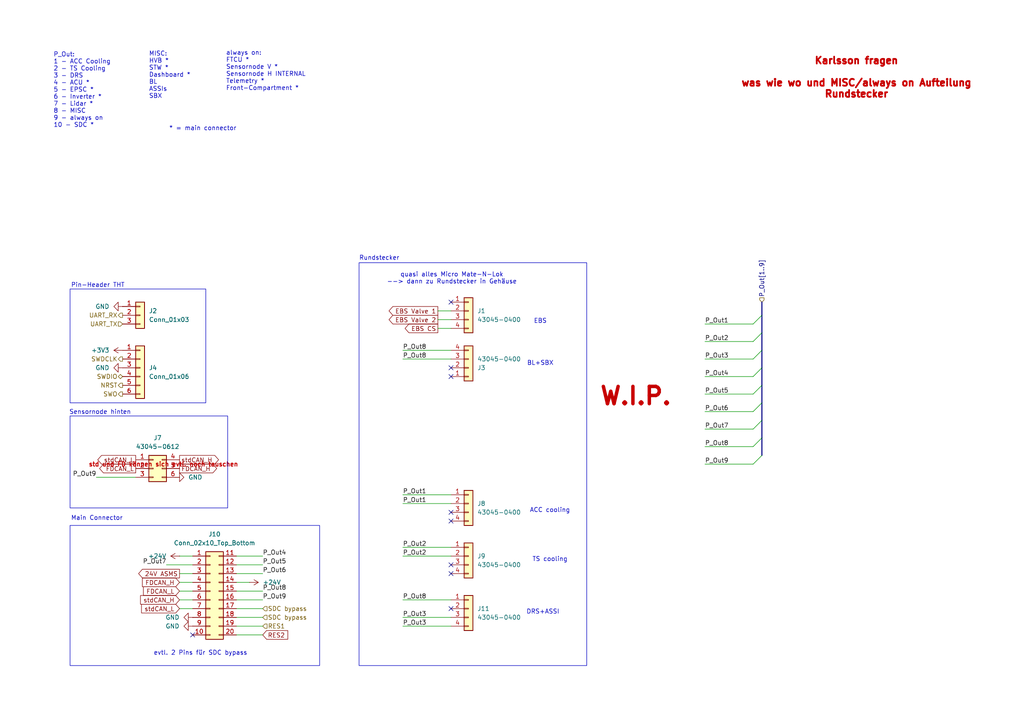
<source format=kicad_sch>
(kicad_sch (version 20231120) (generator "eeschema") (generator_version "8.0")
  (paper "A4")
  (title_block (title "PDU FT25") (date "2024-11-23") (rev "V1.1") (company "Janek Herm") (comment 1 "FaSTTUBe Electronics"))
  (lib_symbols
    (symbol "Connector_Generic:Conn_01x03" (pin_names (offset 1.016) hide)
      (property "Reference" "J" (at 0 5.08 0))
      (property "Value" "Conn_01x03" (at 0 -5.08 0))
      (symbol "Conn_01x03_1_1"
        (rectangle (start -1.27 -2.413) (end 0 -2.667) (stroke (width 0.1524)))
        (rectangle (start -1.27 0.127) (end 0 -0.127) (stroke (width 0.1524)))
        (rectangle (start -1.27 2.667) (end 0 2.413) (stroke (width 0.1524)))
        (rectangle (start -1.27 3.81) (end 1.27 -3.81) (stroke (width 0.254)) (fill (type background)))
        (pin passive line (at -5.08 2.54 0) (length 3.81) (name "Pin_1") (number "1"))
        (pin passive line (at -5.08 0 0) (length 3.81) (name "Pin_2") (number "2"))
        (pin passive line (at -5.08 -2.54 0) (length 3.81) (name "Pin_3") (number "3"))
      )
    )
    (symbol "Connector_Generic:Conn_01x04" (pin_names (offset 1.016) hide)
      (property "Reference" "J" (at 0 5.08 0))
      (property "Value" "Conn_01x04" (at 0 -7.62 0))
      (symbol "Conn_01x04_1_1"
        (rectangle (start -1.27 -4.953) (end 0 -5.207) (stroke (width 0.1524)))
        (rectangle (start -1.27 -2.413) (end 0 -2.667) (stroke (width 0.1524)))
        (rectangle (start -1.27 0.127) (end 0 -0.127) (stroke (width 0.1524)))
        (rectangle (start -1.27 2.667) (end 0 2.413) (stroke (width 0.1524)))
        (rectangle (start -1.27 3.81) (end 1.27 -6.35) (stroke (width 0.254)) (fill (type background)))
        (pin passive line (at -5.08 2.54 0) (length 3.81) (name "Pin_1") (number "1"))
        (pin passive line (at -5.08 0 0) (length 3.81) (name "Pin_2") (number "2"))
        (pin passive line (at -5.08 -2.54 0) (length 3.81) (name "Pin_3") (number "3"))
        (pin passive line (at -5.08 -5.08 0) (length 3.81) (name "Pin_4") (number "4"))
      )
    )
    (symbol "Connector_Generic:Conn_01x06" (pin_names (offset 1.016) hide)
      (property "Reference" "J" (at 0 7.62 0))
      (property "Value" "Conn_01x06" (at 0 -10.16 0))
      (symbol "Conn_01x06_1_1"
        (rectangle (start -1.27 -7.493) (end 0 -7.747) (stroke (width 0.1524)))
        (rectangle (start -1.27 -4.953) (end 0 -5.207) (stroke (width 0.1524)))
        (rectangle (start -1.27 -2.413) (end 0 -2.667) (stroke (width 0.1524)))
        (rectangle (start -1.27 0.127) (end 0 -0.127) (stroke (width 0.1524)))
        (rectangle (start -1.27 2.667) (end 0 2.413) (stroke (width 0.1524)))
        (rectangle (start -1.27 5.207) (end 0 4.953) (stroke (width 0.1524)))
        (rectangle (start -1.27 6.35) (end 1.27 -8.89) (stroke (width 0.254)) (fill (type background)))
        (pin passive line (at -5.08 5.08 0) (length 3.81) (name "Pin_1") (number "1"))
        (pin passive line (at -5.08 2.54 0) (length 3.81) (name "Pin_2") (number "2"))
        (pin passive line (at -5.08 0 0) (length 3.81) (name "Pin_3") (number "3"))
        (pin passive line (at -5.08 -2.54 0) (length 3.81) (name "Pin_4") (number "4"))
        (pin passive line (at -5.08 -5.08 0) (length 3.81) (name "Pin_5") (number "5"))
        (pin passive line (at -5.08 -7.62 0) (length 3.81) (name "Pin_6") (number "6"))
      )
    )
    (symbol "Connector_Generic:Conn_02x03_Top_Bottom" (pin_names (offset 1.016) hide)
      (property "Reference" "J" (at 1.27 5.08 0))
      (property "Value" "Conn_02x03_Top_Bottom" (at 1.27 -5.08 0))
      (symbol "Conn_02x03_Top_Bottom_1_1"
        (rectangle (start -1.27 -2.413) (end 0 -2.667) (stroke (width 0.1524)))
        (rectangle (start -1.27 0.127) (end 0 -0.127) (stroke (width 0.1524)))
        (rectangle (start -1.27 2.667) (end 0 2.413) (stroke (width 0.1524)))
        (rectangle (start -1.27 3.81) (end 3.81 -3.81) (stroke (width 0.254)) (fill (type background)))
        (rectangle (start 3.81 -2.413) (end 2.54 -2.667) (stroke (width 0.1524)))
        (rectangle (start 3.81 0.127) (end 2.54 -0.127) (stroke (width 0.1524)))
        (rectangle (start 3.81 2.667) (end 2.54 2.413) (stroke (width 0.1524)))
        (pin passive line (at -5.08 2.54 0) (length 3.81) (name "Pin_1") (number "1"))
        (pin passive line (at -5.08 0 0) (length 3.81) (name "Pin_2") (number "2"))
        (pin passive line (at -5.08 -2.54 0) (length 3.81) (name "Pin_3") (number "3"))
        (pin passive line (at 7.62 2.54 180) (length 3.81) (name "Pin_4") (number "4"))
        (pin passive line (at 7.62 0 180) (length 3.81) (name "Pin_5") (number "5"))
        (pin passive line (at 7.62 -2.54 180) (length 3.81) (name "Pin_6") (number "6"))
      )
    )
    (symbol "Connector_Generic:Conn_02x10_Top_Bottom" (pin_names (offset 1.016) hide)
      (property "Reference" "J" (at 1.27 12.7 0))
      (property "Value" "Conn_02x10_Top_Bottom" (at 1.27 -15.24 0))
      (symbol "Conn_02x10_Top_Bottom_1_1"
        (rectangle (start -1.27 -12.573) (end 0 -12.827) (stroke (width 0.1524)))
        (rectangle (start -1.27 -10.033) (end 0 -10.287) (stroke (width 0.1524)))
        (rectangle (start -1.27 -7.493) (end 0 -7.747) (stroke (width 0.1524)))
        (rectangle (start -1.27 -4.953) (end 0 -5.207) (stroke (width 0.1524)))
        (rectangle (start -1.27 -2.413) (end 0 -2.667) (stroke (width 0.1524)))
        (rectangle (start -1.27 0.127) (end 0 -0.127) (stroke (width 0.1524)))
        (rectangle (start -1.27 2.667) (end 0 2.413) (stroke (width 0.1524)))
        (rectangle (start -1.27 5.207) (end 0 4.953) (stroke (width 0.1524)))
        (rectangle (start -1.27 7.747) (end 0 7.493) (stroke (width 0.1524)))
        (rectangle (start -1.27 10.287) (end 0 10.033) (stroke (width 0.1524)))
        (rectangle (start -1.27 11.43) (end 3.81 -13.97) (stroke (width 0.254)) (fill (type background)))
        (rectangle (start 3.81 -12.573) (end 2.54 -12.827) (stroke (width 0.1524)))
        (rectangle (start 3.81 -10.033) (end 2.54 -10.287) (stroke (width 0.1524)))
        (rectangle (start 3.81 -7.493) (end 2.54 -7.747) (stroke (width 0.1524)))
        (rectangle (start 3.81 -4.953) (end 2.54 -5.207) (stroke (width 0.1524)))
        (rectangle (start 3.81 -2.413) (end 2.54 -2.667) (stroke (width 0.1524)))
        (rectangle (start 3.81 0.127) (end 2.54 -0.127) (stroke (width 0.1524)))
        (rectangle (start 3.81 2.667) (end 2.54 2.413) (stroke (width 0.1524)))
        (rectangle (start 3.81 5.207) (end 2.54 4.953) (stroke (width 0.1524)))
        (rectangle (start 3.81 7.747) (end 2.54 7.493) (stroke (width 0.1524)))
        (rectangle (start 3.81 10.287) (end 2.54 10.033) (stroke (width 0.1524)))
        (pin passive line (at -5.08 10.16 0) (length 3.81) (name "Pin_1") (number "1"))
        (pin passive line (at -5.08 -12.7 0) (length 3.81) (name "Pin_10") (number "10"))
        (pin passive line (at 7.62 10.16 180) (length 3.81) (name "Pin_11") (number "11"))
        (pin passive line (at 7.62 7.62 180) (length 3.81) (name "Pin_12") (number "12"))
        (pin passive line (at 7.62 5.08 180) (length 3.81) (name "Pin_13") (number "13"))
        (pin passive line (at 7.62 2.54 180) (length 3.81) (name "Pin_14") (number "14"))
        (pin passive line (at 7.62 0 180) (length 3.81) (name "Pin_15") (number "15"))
        (pin passive line (at 7.62 -2.54 180) (length 3.81) (name "Pin_16") (number "16"))
        (pin passive line (at 7.62 -5.08 180) (length 3.81) (name "Pin_17") (number "17"))
        (pin passive line (at 7.62 -7.62 180) (length 3.81) (name "Pin_18") (number "18"))
        (pin passive line (at 7.62 -10.16 180) (length 3.81) (name "Pin_19") (number "19"))
        (pin passive line (at -5.08 7.62 0) (length 3.81) (name "Pin_2") (number "2"))
        (pin passive line (at 7.62 -12.7 180) (length 3.81) (name "Pin_20") (number "20"))
        (pin passive line (at -5.08 5.08 0) (length 3.81) (name "Pin_3") (number "3"))
        (pin passive line (at -5.08 2.54 0) (length 3.81) (name "Pin_4") (number "4"))
        (pin passive line (at -5.08 0 0) (length 3.81) (name "Pin_5") (number "5"))
        (pin passive line (at -5.08 -2.54 0) (length 3.81) (name "Pin_6") (number "6"))
        (pin passive line (at -5.08 -5.08 0) (length 3.81) (name "Pin_7") (number "7"))
        (pin passive line (at -5.08 -7.62 0) (length 3.81) (name "Pin_8") (number "8"))
        (pin passive line (at -5.08 -10.16 0) (length 3.81) (name "Pin_9") (number "9"))
      )
    )
    (symbol "power:+24V" (power) (pin_numbers hide) (pin_names (offset 0) hide)
      (property "Value" "+24V" (at 0 3.556 0))
      (symbol "+24V_0_1"
        (polyline (pts (xy -0.762 1.27) (xy 0 2.54)))
        (polyline (pts (xy 0 0) (xy 0 2.54)))
        (polyline (pts (xy 0 2.54) (xy 0.762 1.27)))
      )
      (symbol "+24V_1_1"
        (pin power_in line (at 0 0 90) (length 0) (name "~") (number "1"))
      )
    )
    (symbol "power:+3.3V" (power) (pin_numbers hide) (pin_names (offset 0) hide)
      (property "Value" "+3.3V" (at 0 3.556 0))
      (symbol "+3.3V_0_1"
        (polyline (pts (xy -0.762 1.27) (xy 0 2.54)))
        (polyline (pts (xy 0 0) (xy 0 2.54)))
        (polyline (pts (xy 0 2.54) (xy 0.762 1.27)))
      )
      (symbol "+3.3V_1_1"
        (pin power_in line (at 0 0 90) (length 0) (name "~") (number "1"))
      )
    )
    (symbol "power:GND" (power) (pin_numbers hide) (pin_names (offset 0) hide)
      (property "Value" "GND" (at 0 -3.81 0))
      (symbol "GND_0_1"
        (polyline (pts (xy 0 0) (xy 0 -1.27) (xy 1.27 -1.27) (xy 0 -2.54) (xy -1.27 -1.27) (xy 0 -1.27)))
      )
      (symbol "GND_1_1"
        (pin power_in line (at 0 0 270) (length 0) (name "~") (number "1"))
      )
    )
  )
  (no_connect (at 130.81 87.63))
  (no_connect (at 130.81 148.59))
  (no_connect (at 130.81 163.83))
  (no_connect (at 130.81 151.13))
  (no_connect (at 130.81 166.37))
  (no_connect (at 130.81 176.53))
  (no_connect (at 55.88 184.15))
  (no_connect (at 130.81 106.68))
  (no_connect (at 130.81 109.22))
  (bus_entry (at 218.44 109.22) (size 2.54 -2.54))
  (bus_entry (at 218.44 99.06) (size 2.54 -2.54))
  (bus_entry (at 218.44 129.54) (size 2.54 -2.54))
  (bus_entry (at 218.44 134.62) (size 2.54 -2.54))
  (bus_entry (at 218.44 119.38) (size 2.54 -2.54))
  (bus_entry (at 218.44 93.98) (size 2.54 -2.54))
  (bus_entry (at 218.44 114.3) (size 2.54 -2.54))
  (bus_entry (at 218.44 104.14) (size 2.54 -2.54))
  (bus_entry (at 218.44 124.46) (size 2.54 -2.54))
  (wire (pts (xy 116.84 146.05) (xy 130.81 146.05)))
  (bus (pts (xy 220.98 121.92) (xy 220.98 127)))
  (wire (pts (xy 52.07 161.29) (xy 55.88 161.29)))
  (bus (pts (xy 220.98 127) (xy 220.98 132.08)))
  (wire (pts (xy 116.84 161.29) (xy 130.81 161.29)))
  (wire (pts (xy 204.47 134.62) (xy 218.44 134.62)))
  (wire (pts (xy 52.07 176.53) (xy 55.88 176.53)))
  (wire (pts (xy 68.58 184.15) (xy 76.2 184.15)))
  (wire (pts (xy 127 95.25) (xy 130.81 95.25)))
  (wire (pts (xy 68.58 166.37) (xy 76.2 166.37)))
  (wire (pts (xy 204.47 129.54) (xy 218.44 129.54)))
  (bus (pts (xy 220.98 116.84) (xy 220.98 121.92)))
  (wire (pts (xy 204.47 119.38) (xy 218.44 119.38)))
  (wire (pts (xy 204.47 114.3) (xy 218.44 114.3)))
  (bus (pts (xy 220.98 101.6) (xy 220.98 106.68)))
  (wire (pts (xy 204.47 99.06) (xy 218.44 99.06)))
  (wire (pts (xy 204.47 124.46) (xy 218.44 124.46)))
  (wire (pts (xy 116.84 181.61) (xy 130.81 181.61)))
  (bus (pts (xy 220.98 111.76) (xy 220.98 116.84)))
  (wire (pts (xy 68.58 179.07) (xy 76.2 179.07)))
  (wire (pts (xy 116.84 143.51) (xy 130.81 143.51)))
  (wire (pts (xy 204.47 109.22) (xy 218.44 109.22)))
  (wire (pts (xy 116.84 179.07) (xy 130.81 179.07)))
  (wire (pts (xy 72.39 168.91) (xy 68.58 168.91)))
  (wire (pts (xy 68.58 171.45) (xy 76.2 171.45)))
  (bus (pts (xy 220.98 87.63) (xy 220.98 91.44)))
  (wire (pts (xy 52.07 166.37) (xy 55.88 166.37)))
  (bus (pts (xy 220.98 91.44) (xy 220.98 96.52)))
  (wire (pts (xy 204.47 104.14) (xy 218.44 104.14)))
  (wire (pts (xy 130.81 104.14) (xy 116.84 104.14)))
  (wire (pts (xy 55.88 163.83) (xy 48.26 163.83)))
  (bus (pts (xy 220.98 96.52) (xy 220.98 101.6)))
  (wire (pts (xy 68.58 163.83) (xy 76.2 163.83)))
  (wire (pts (xy 27.94 138.43) (xy 39.37 138.43)))
  (wire (pts (xy 52.07 173.99) (xy 55.88 173.99)))
  (wire (pts (xy 68.58 161.29) (xy 76.2 161.29)))
  (bus (pts (xy 220.98 106.68) (xy 220.98 111.76)))
  (wire (pts (xy 127 92.71) (xy 130.81 92.71)))
  (wire (pts (xy 127 90.17) (xy 130.81 90.17)))
  (wire (pts (xy 68.58 173.99) (xy 76.2 173.99)))
  (wire (pts (xy 52.07 171.45) (xy 55.88 171.45)))
  (wire (pts (xy 68.58 176.53) (xy 76.2 176.53)))
  (wire (pts (xy 116.84 101.6) (xy 130.81 101.6)))
  (wire (pts (xy 116.84 173.99) (xy 130.81 173.99)))
  (wire (pts (xy 204.47 93.98) (xy 218.44 93.98)))
  (wire (pts (xy 68.58 181.61) (xy 76.2 181.61)))
  (wire (pts (xy 116.84 158.75) (xy 130.81 158.75)))
  (wire (pts (xy 52.07 168.91) (xy 55.88 168.91)))
  (wire (pts (xy 50.8 138.43) (xy 52.07 138.43)))
  (rectangle (start 20.32 83.82) (end 59.69 116.84))
  (rectangle (start 104.14 76.2) (end 170.18 193.04))
  (rectangle (start 20.32 152.4) (end 92.71 193.04))
  (rectangle (start 20.32 120.65) (end 66.04 147.32))
  (text "* = main connector" (at 49.022 37.338 0) (effects (font (size 1.27 1.27)) (justify left)))
  (text "DRS+ASSI" (at 157.48 177.546 0) (effects (font (size 1.27 1.27))))
  (text "Pin-Header THT" (at 20.574 82.804 0) (effects (font (size 1.27 1.27)) (justify left)))
  (text "W.I.P." (at 184.404 115.062 0) (effects (font (size 5 5) (thickness 1) (bold yes))))
  (text "quasi alles Micro Mate-N-Lok\n--> dann zu Rundstecker in Gehäuse" (at 131.064 80.772 0) (effects (font (size 1.27 1.27) (thickness 0.1588))))
  (text "Sensornode hinten" (at 20.066 119.634 0) (effects (font (size 1.27 1.27)) (justify left)))
  (text "Rundstecker" (at 104.14 74.93 0) (effects (font (size 1.27 1.27)) (justify left)))
  (text "Karlsson fragen\n\nwas wie wo und MISC/always on Aufteilung\nRundstecker" (at 248.412 22.606 0) (effects (font (size 2 2) (thickness 0.7) (bold yes))))
  (text "Main Connector" (at 20.574 150.368 0) (effects (font (size 1.27 1.27)) (justify left)))
  (text "evtl. 2 Pins für SDC bypass" (at 58.166 189.484 0) (effects (font (size 1.27 1.27))))
  (text "EBS" (at 156.718 93.218 0) (effects (font (size 1.27 1.27))))
  (text "MISC:\nHVB *\nSTW *\nDashboard *\nBL\nASSIs\nSBX" (at 43.18 21.844 0) (effects (font (size 1.27 1.27)) (justify left)))
  (text "TS cooling" (at 159.512 162.306 0) (effects (font (size 1.27 1.27))))
  (text "std und FD können sich evtl. noch tauschen" (at 25.654 134.874 0) (effects (font (size 1.27 1.27) (thickness 0.254) (bold yes)) (justify left)))
  (text "P_Out:\n1 - ACC Cooling \n2 - TS Cooling\n3 - DRS\n4 - ACU *\n5 - EPSC *\n6 - Inverter *\n7 - Lidar *\n8 - MISC\n9 - always on\n10 - SDC *" (at 15.494 26.162 0) (effects (font (size 1.27 1.27)) (justify left)))
  (text "BL+SBX" (at 156.718 105.41 0) (effects (font (size 1.27 1.27))))
  (text "ACC cooling" (at 159.512 148.082 0) (effects (font (size 1.27 1.27))))
  (text "always on:\nFTCU *\nSensornode V *\nSensornode H INTERNAL\nTelemetry * \nFront-Compartment *" (at 65.532 20.574 0) (effects (font (size 1.27 1.27)) (justify left)))
  (label "P_Out7" (at 48.26 163.83 180))
  (label "P_Out3" (at 204.47 104.14 0))
  (label "P_Out1" (at 204.47 93.98 0))
  (label "P_Out8" (at 204.47 129.54 0))
  (label "P_Out8" (at 116.84 173.99 0))
  (label "P_Out1" (at 116.84 143.51 0))
  (label "P_Out9" (at 204.47 134.62 0))
  (label "P_Out8" (at 116.84 101.6 0))
  (label "P_Out5" (at 204.47 114.3 0))
  (label "P_Out9" (at 76.2 173.99 0))
  (label "P_Out2" (at 204.47 99.06 0))
  (label "P_Out3" (at 116.84 181.61 0))
  (label "P_Out9" (at 27.94 138.43 180))
  (label "P_Out8" (at 76.2 171.45 0))
  (label "P_Out6" (at 76.2 166.37 0))
  (label "P_Out2" (at 116.84 161.29 0))
  (label "P_Out4" (at 76.2 161.29 0))
  (label "P_Out5" (at 76.2 163.83 0))
  (label "P_Out7" (at 204.47 124.46 0))
  (label "P_Out1" (at 116.84 146.05 0))
  (label "P_Out8" (at 116.84 104.14 0))
  (label "P_Out3" (at 116.84 179.07 0))
  (label "P_Out2" (at 116.84 158.75 0))
  (label "P_Out4" (at 204.47 109.22 0))
  (label "P_Out6" (at 204.47 119.38 0))
  (global_label "stdCAN_H" (shape output) (at 52.07 133.35 0) (property "Intersheetrefs" "${INTERSHEET_REFS}" (effects (hide yes))))
  (global_label "24V ASMS" (shape output) (at 52.07 166.37 180) (property "Intersheetrefs" "${INTERSHEET_REFS}" (effects (hide yes))))
  (global_label "FDCAN_H" (shape output) (at 52.07 135.89 0) (property "Intersheetrefs" "${INTERSHEET_REFS}" (effects (hide yes))))
  (global_label "stdCAN_L" (shape input) (at 52.07 176.53 180) (property "Intersheetrefs" "${INTERSHEET_REFS}" (effects (hide yes))))
  (global_label "FDCAN_L" (shape output) (at 39.37 135.89 180) (property "Intersheetrefs" "${INTERSHEET_REFS}" (effects (hide yes))))
  (global_label "FDCAN_L" (shape input) (at 52.07 171.45 180) (property "Intersheetrefs" "${INTERSHEET_REFS}" (effects (hide yes))))
  (global_label "stdCAN_H" (shape input) (at 52.07 173.99 180) (property "Intersheetrefs" "${INTERSHEET_REFS}" (effects (hide yes))))
  (global_label "EBS CS" (shape output) (at 127 95.25 180) (property "Intersheetrefs" "${INTERSHEET_REFS}" (effects (hide yes))))
  (global_label "EBS Valve 2" (shape output) (at 127 92.71 180) (property "Intersheetrefs" "${INTERSHEET_REFS}" (effects (hide yes))))
  (global_label "stdCAN_L" (shape output) (at 39.37 133.35 180) (property "Intersheetrefs" "${INTERSHEET_REFS}" (effects (hide yes))))
  (global_label "EBS Valve 1" (shape output) (at 127 90.17 180) (property "Intersheetrefs" "${INTERSHEET_REFS}" (effects (hide yes))))
  (global_label "FDCAN_H" (shape input) (at 52.07 168.91 180) (property "Intersheetrefs" "${INTERSHEET_REFS}" (effects (hide yes))))
  (global_label "RES2" (shape input) (at 76.2 184.15 0) (property "Intersheetrefs" "${INTERSHEET_REFS}" (effects (hide yes))))
  (hierarchical_label "P_Out[1..9]" (shape input) (at 220.98 87.63 90) (effects (font (thickness 0.1588))))
  (hierarchical_label "SWDIO" (shape bidirectional) (at 35.56 109.22 180) (effects (font (thickness 0.1588))))
  (hierarchical_label "SWO" (shape output) (at 35.56 114.3 180))
  (hierarchical_label "RES1" (shape input) (at 76.2 181.61 0))
  (hierarchical_label "UART_TX" (shape input) (at 35.56 93.98 180))
  (hierarchical_label "SDC bypass" (shape input) (at 76.2 176.53 0))
  (hierarchical_label "NRST" (shape output) (at 35.56 111.76 180) (effects (font (thickness 0.1588))))
  (hierarchical_label "SWDCLK" (shape output) (at 35.56 104.14 180))
  (hierarchical_label "UART_RX" (shape output) (at 35.56 91.44 180))
  (hierarchical_label "SDC bypass" (shape input) (at 76.2 179.07 0))
  (symbol (lib_id "Connector_Generic:Conn_01x04") (at 135.89 90.17 0) (unit 1)
    (property "Reference" "J1" (at 138.43 90.1699 0) (effects (justify left)))
    (property "Value" "43045-0400" (at 138.43 92.7099 0) (effects (justify left)))
    (property "Footprint" "43045-0400:43045-04_00,01,02,10_" (effects (hide yes)))
    (property "Description" "Generic connector, single row, 01x04, script generated (kicad-library-utils/schlib/autogen/connector/)" (effects (hide yes)))
  )
  (symbol (lib_id "power:GND") (at 55.88 179.07 270) (unit 1)
    (property "Reference" "#PWR044" (effects (hide yes)))
    (property "Value" "GND" (at 52.07 179.0699 90) (effects (justify right)))
    (property "Description" "Power symbol creates a global label with name \"GND\" , ground" (effects (hide yes)))
  )
  (symbol (lib_id "power:+3.3V") (at 35.56 101.6 90) (unit 1)
    (property "Reference" "#PWR035" (effects (hide yes)))
    (property "Value" "+3V3" (at 31.75 101.5999 90) (effects (justify left)))
    (property "Description" "Power symbol creates a global label with name \"+3.3V\"" (effects (hide yes)))
  )
  (symbol (lib_id "power:+24V") (at 52.07 161.29 90) (unit 1)
    (property "Reference" "#PWR0195" (effects (hide yes)))
    (property "Value" "+24V" (at 48.26 161.2899 90) (effects (justify left)))
    (property "Description" "Power symbol creates a global label with name \"+24V\"" (effects (hide yes)))
  )
  (symbol (lib_id "power:+24V") (at 72.39 168.91 270) (mirror x) (unit 1)
    (property "Reference" "#PWR0196" (effects (hide yes)))
    (property "Value" "+24V" (at 76.2 168.9099 90) (effects (justify left)))
    (property "Description" "Power symbol creates a global label with name \"+24V\"" (effects (hide yes)))
  )
  (symbol (lib_id "Connector_Generic:Conn_01x04") (at 135.89 146.05 0) (unit 1)
    (property "Reference" "J8" (at 138.43 146.0499 0) (effects (justify left)))
    (property "Value" "43045-0400" (at 138.43 148.5899 0) (effects (justify left)))
    (property "Footprint" "43045-0400:43045-04_00,01,02,10_" (effects (hide yes)))
    (property "Description" "Generic connector, single row, 01x04, script generated (kicad-library-utils/schlib/autogen/connector/)" (effects (hide yes)))
  )
  (symbol (lib_id "power:GND") (at 35.56 88.9 270) (unit 1)
    (property "Reference" "#PWR034" (effects (hide yes)))
    (property "Value" "GND" (at 31.75 88.8999 90) (effects (justify right)))
    (property "Description" "Power symbol creates a global label with name \"GND\" , ground" (effects (hide yes)))
  )
  (symbol (lib_id "power:GND") (at 55.88 181.61 270) (unit 1)
    (property "Reference" "#PWR045" (effects (hide yes)))
    (property "Value" "GND" (at 52.07 181.6099 90) (effects (justify right)))
    (property "Description" "Power symbol creates a global label with name \"GND\" , ground" (effects (hide yes)))
  )
  (symbol (lib_id "Connector_Generic:Conn_01x04") (at 135.89 106.68 0) (mirror x) (unit 1)
    (property "Reference" "J3" (at 138.43 106.6801 0) (effects (justify left)))
    (property "Value" "43045-0400" (at 138.43 104.1401 0) (effects (justify left)))
    (property "Footprint" "43045-0400:43045-04_00,01,02,10_" (effects (hide yes)))
    (property "Description" "Generic connector, single row, 01x04, script generated (kicad-library-utils/schlib/autogen/connector/)" (effects (hide yes)))
  )
  (symbol (lib_id "Connector_Generic:Conn_01x06") (at 40.64 106.68 0) (unit 1)
    (property "Reference" "J4" (at 43.18 106.6799 0) (effects (justify left)))
    (property "Value" "Conn_01x06" (at 43.18 109.2199 0) (effects (justify left)))
    (property "Footprint" "Connector_PinHeader_2.54mm:PinHeader_1x06_P2.54mm_Vertical" (effects (hide yes)))
    (property "Description" "Generic connector, single row, 01x06, script generated (kicad-library-utils/schlib/autogen/connector/)" (effects (hide yes)))
  )
  (symbol (lib_id "Connector_Generic:Conn_01x04") (at 135.89 176.53 0) (unit 1)
    (property "Reference" "J11" (at 138.43 176.5299 0) (effects (justify left)))
    (property "Value" "43045-0400" (at 138.43 179.0699 0) (effects (justify left)))
    (property "Footprint" "43045-0400:43045-04_00,01,02,10_" (effects (hide yes)))
    (property "Description" "Generic connector, single row, 01x04, script generated (kicad-library-utils/schlib/autogen/connector/)" (effects (hide yes)))
  )
  (symbol (lib_id "Connector_Generic:Conn_01x04") (at 135.89 161.29 0) (unit 1)
    (property "Reference" "J9" (at 138.43 161.2899 0) (effects (justify left)))
    (property "Value" "43045-0400" (at 138.43 163.8299 0) (effects (justify left)))
    (property "Footprint" "43045-0400:43045-04_00,01,02,10_" (effects (hide yes)))
    (property "Description" "Generic connector, single row, 01x04, script generated (kicad-library-utils/schlib/autogen/connector/)" (effects (hide yes)))
  )
  (symbol (lib_id "Connector_Generic:Conn_02x03_Top_Bottom") (at 44.45 135.89 0) (unit 1)
    (property "Reference" "J7" (at 45.72 127 0))
    (property "Value" "43045-0612" (at 45.72 129.54 0))
    (property "Footprint" "Connector_Molex:Molex_Micro-Fit_3.0_43045-0612_2x03_P3.00mm_Vertical" (effects (hide yes)))
    (property "Description" "Generic connector, double row, 02x03, top/bottom pin numbering scheme (row 1: 1...pins_per_row, row2: pins_per_row+1 ... num_pins), script generated (kicad-library-utils/schlib/autogen/connector/)" (effects (hide yes)))
  )
  (symbol (lib_id "Connector_Generic:Conn_02x10_Top_Bottom") (at 60.96 171.45 0) (unit 1)
    (property "Reference" "J10" (at 62.23 154.94 0))
    (property "Value" "Conn_02x10_Top_Bottom" (at 62.23 157.48 0))
    (property "Footprint" "MOLEX_MX150:348302001" (effects (hide yes)))
    (property "Description" "Generic connector, double row, 02x10, top/bottom pin numbering scheme (row 1: 1...pins_per_row, row2: pins_per_row+1 ... num_pins), script generated (kicad-library-utils/schlib/autogen/connector/)" (effects (hide yes)))
  )
  (symbol (lib_id "power:GND") (at 50.8 138.43 90) (unit 1)
    (property "Reference" "#PWR040" (effects (hide yes)))
    (property "Value" "GND" (at 54.61 138.4299 90) (effects (justify right)))
    (property "Description" "Power symbol creates a global label with name \"GND\" , ground" (effects (hide yes)))
  )
  (symbol (lib_id "Connector_Generic:Conn_01x03") (at 40.64 91.44 0) (unit 1)
    (property "Reference" "J2" (at 43.18 90.1699 0) (effects (justify left)))
    (property "Value" "Conn_01x03" (at 43.18 92.7099 0) (effects (justify left)))
    (property "Footprint" "Connector_PinHeader_2.54mm:PinHeader_1x03_P2.54mm_Vertical" (effects (hide yes)))
    (property "Description" "Generic connector, single row, 01x03, script generated (kicad-library-utils/schlib/autogen/connector/)" (effects (hide yes)))
  )
  (symbol (lib_id "power:GND") (at 35.56 106.68 270) (unit 1)
    (property "Reference" "#PWR037" (effects (hide yes)))
    (property "Value" "GND" (at 31.75 106.6799 90) (effects (justify right)))
    (property "Description" "Power symbol creates a global label with name \"GND\" , ground" (effects (hide yes)))
  )
)
</source>
